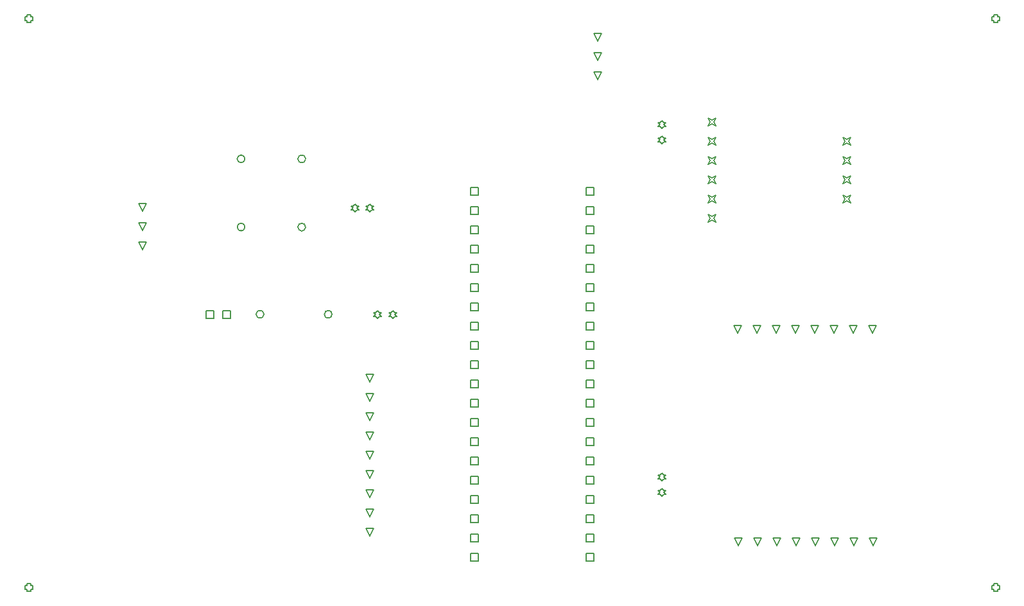
<source format=gbr>
G04*
G04 #@! TF.GenerationSoftware,Altium Limited,Altium Designer,24.1.2 (44)*
G04*
G04 Layer_Color=2752767*
%FSLAX44Y44*%
%MOMM*%
G71*
G04*
G04 #@! TF.SameCoordinates,0D7877E6-725A-4D16-A8B8-B6347F423BC3*
G04*
G04*
G04 #@! TF.FilePolarity,Positive*
G04*
G01*
G75*
%ADD49C,0.1270*%
%ADD50C,0.1693*%
D49*
X500000Y143320D02*
X494920Y153480D01*
X505080D01*
X500000Y143320D01*
Y168720D02*
X494920Y178880D01*
X505080D01*
X500000Y168720D01*
Y194120D02*
X494920Y204280D01*
X505080D01*
X500000Y194120D01*
Y219520D02*
X494920Y229680D01*
X505080D01*
X500000Y219520D01*
Y244920D02*
X494920Y255080D01*
X505080D01*
X500000Y244920D01*
Y270320D02*
X494920Y280480D01*
X505080D01*
X500000Y270320D01*
Y295720D02*
X494920Y305880D01*
X505080D01*
X500000Y295720D01*
Y321120D02*
X494920Y331280D01*
X505080D01*
X500000Y321120D01*
Y117920D02*
X494920Y128080D01*
X505080D01*
X500000Y117920D01*
X1322460Y797460D02*
Y794920D01*
X1327540D01*
Y797460D01*
X1330080D01*
Y802540D01*
X1327540D01*
Y805080D01*
X1322460D01*
Y802540D01*
X1319920D01*
Y797460D01*
X1322460D01*
X47460Y797460D02*
Y794920D01*
X52540D01*
Y797460D01*
X55080D01*
Y802540D01*
X52540D01*
Y805080D01*
X47460D01*
Y802540D01*
X44920D01*
Y797460D01*
X47460D01*
X784920Y491120D02*
Y501280D01*
X795080D01*
Y491120D01*
X784920D01*
Y516520D02*
Y526680D01*
X795080D01*
Y516520D01*
X784920D01*
Y567320D02*
Y577480D01*
X795080D01*
Y567320D01*
X784920D01*
Y465720D02*
Y475880D01*
X795080D01*
Y465720D01*
X784920D01*
Y541920D02*
Y552080D01*
X795080D01*
Y541920D01*
X784920D01*
Y440320D02*
Y450480D01*
X795080D01*
Y440320D01*
X784920D01*
X632774Y186211D02*
Y196371D01*
X642934D01*
Y186211D01*
X632774D01*
Y84611D02*
Y94771D01*
X642934D01*
Y84611D01*
X632774D01*
Y160811D02*
Y170971D01*
X642934D01*
Y160811D01*
X632774D01*
Y135411D02*
Y145571D01*
X642934D01*
Y135411D01*
X632774D01*
Y110011D02*
Y120171D01*
X642934D01*
Y110011D01*
X632774D01*
Y211611D02*
Y221771D01*
X642934D01*
Y211611D01*
X632774D01*
Y237011D02*
Y247171D01*
X642934D01*
Y237011D01*
X632774D01*
Y287811D02*
Y297971D01*
X642934D01*
Y287811D01*
X632774D01*
Y313211D02*
Y323371D01*
X642934D01*
Y313211D01*
X632774D01*
Y338611D02*
Y348771D01*
X642934D01*
Y338611D01*
X632774D01*
Y262411D02*
Y272571D01*
X642934D01*
Y262411D01*
X632774D01*
Y364011D02*
Y374171D01*
X642934D01*
Y364011D01*
X632774D01*
Y414811D02*
Y424971D01*
X642934D01*
Y414811D01*
X632774D01*
Y567211D02*
Y577371D01*
X642934D01*
Y567211D01*
X632774D01*
Y541811D02*
Y551971D01*
X642934D01*
Y541811D01*
X632774D01*
Y516411D02*
Y526571D01*
X642934D01*
Y516411D01*
X632774D01*
Y491011D02*
Y501171D01*
X642934D01*
Y491011D01*
X632774D01*
Y389411D02*
Y399571D01*
X642934D01*
Y389411D01*
X632774D01*
Y465611D02*
Y475771D01*
X642934D01*
Y465611D01*
X632774D01*
Y440211D02*
Y450371D01*
X642934D01*
Y440211D01*
X632774D01*
X784920Y186320D02*
Y196480D01*
X795080D01*
Y186320D01*
X784920D01*
Y84466D02*
Y94626D01*
X795080D01*
Y84466D01*
X784920D01*
Y160920D02*
Y171080D01*
X795080D01*
Y160920D01*
X784920D01*
Y135520D02*
Y145680D01*
X795080D01*
Y135520D01*
X784920D01*
Y110120D02*
Y120280D01*
X795080D01*
Y110120D01*
X784920D01*
Y211720D02*
Y221880D01*
X795080D01*
Y211720D01*
X784920D01*
Y338720D02*
Y348880D01*
X795080D01*
Y338720D01*
X784920D01*
Y414920D02*
Y425080D01*
X795080D01*
Y414920D01*
X784920D01*
Y389520D02*
Y399680D01*
X795080D01*
Y389520D01*
X784920D01*
Y364120D02*
Y374280D01*
X795080D01*
Y364120D01*
X784920D01*
Y313320D02*
Y323480D01*
X795080D01*
Y313320D01*
X784920D01*
Y287920D02*
Y298080D01*
X795080D01*
Y287920D01*
X784920D01*
Y262520D02*
Y272680D01*
X795080D01*
Y262520D01*
X784920D01*
Y237120D02*
Y247280D01*
X795080D01*
Y237120D01*
X784920D01*
X47460Y47460D02*
Y44920D01*
X52540D01*
Y47460D01*
X55080D01*
Y52540D01*
X52540D01*
Y55080D01*
X47460D01*
Y52540D01*
X44920D01*
Y47460D01*
X47460D01*
X200000Y545720D02*
X194920Y555880D01*
X205080D01*
X200000Y545720D01*
Y494920D02*
X194920Y505080D01*
X205080D01*
X200000Y494920D01*
Y520320D02*
X194920Y530480D01*
X205080D01*
X200000Y520320D01*
X1322460Y47460D02*
Y44920D01*
X1327540D01*
Y47460D01*
X1330080D01*
Y52540D01*
X1327540D01*
Y55080D01*
X1322460D01*
Y52540D01*
X1319920D01*
Y47460D01*
X1322460D01*
X1137000Y384920D02*
X1131920Y395080D01*
X1142080D01*
X1137000Y384920D01*
X1111600D02*
X1106520Y395080D01*
X1116680D01*
X1111600Y384920D01*
X1086200D02*
X1081120Y395080D01*
X1091280D01*
X1086200Y384920D01*
X1060800D02*
X1055720Y395080D01*
X1065880D01*
X1060800Y384920D01*
X1035400D02*
X1030320Y395080D01*
X1040480D01*
X1035400Y384920D01*
X1010000D02*
X1004920Y395080D01*
X1015080D01*
X1010000Y384920D01*
X984600D02*
X979520Y395080D01*
X989680D01*
X984600Y384920D01*
X1163200Y104920D02*
X1158120Y115080D01*
X1168280D01*
X1163200Y104920D01*
X1137800D02*
X1132720Y115080D01*
X1142880D01*
X1137800Y104920D01*
X1112400D02*
X1107320Y115080D01*
X1117480D01*
X1112400Y104920D01*
X1087000D02*
X1081920Y115080D01*
X1092080D01*
X1087000Y104920D01*
X1061600D02*
X1056520Y115080D01*
X1066680D01*
X1061600Y104920D01*
X1036200D02*
X1031120Y115080D01*
X1041280D01*
X1036200Y104920D01*
X1010800D02*
X1005720Y115080D01*
X1015880D01*
X1010800Y104920D01*
X985400D02*
X980320Y115080D01*
X990480D01*
X985400Y104920D01*
X1162400Y384920D02*
X1157320Y395080D01*
X1167480D01*
X1162400Y384920D01*
X946020Y658420D02*
X948560Y663500D01*
X946020Y668580D01*
X951100Y666040D01*
X956180Y668580D01*
X953640Y663500D01*
X956180Y658420D01*
X951100Y660960D01*
X946020Y658420D01*
X1123820Y633020D02*
X1126360Y638100D01*
X1123820Y643180D01*
X1128900Y640640D01*
X1133980Y643180D01*
X1131440Y638100D01*
X1133980Y633020D01*
X1128900Y635560D01*
X1123820Y633020D01*
Y607620D02*
X1126360Y612700D01*
X1123820Y617780D01*
X1128900Y615240D01*
X1133980Y617780D01*
X1131440Y612700D01*
X1133980Y607620D01*
X1128900Y610160D01*
X1123820Y607620D01*
Y582220D02*
X1126360Y587300D01*
X1123820Y592380D01*
X1128900Y589840D01*
X1133980Y592380D01*
X1131440Y587300D01*
X1133980Y582220D01*
X1128900Y584760D01*
X1123820Y582220D01*
Y556820D02*
X1126360Y561900D01*
X1123820Y566980D01*
X1128900Y564440D01*
X1133980Y566980D01*
X1131440Y561900D01*
X1133980Y556820D01*
X1128900Y559360D01*
X1123820Y556820D01*
X946020Y531420D02*
X948560Y536500D01*
X946020Y541580D01*
X951100Y539040D01*
X956180Y541580D01*
X953640Y536500D01*
X956180Y531420D01*
X951100Y533960D01*
X946020Y531420D01*
Y556820D02*
X948560Y561900D01*
X946020Y566980D01*
X951100Y564440D01*
X956180Y566980D01*
X953640Y561900D01*
X956180Y556820D01*
X951100Y559360D01*
X946020Y556820D01*
Y582220D02*
X948560Y587300D01*
X946020Y592380D01*
X951100Y589840D01*
X956180Y592380D01*
X953640Y587300D01*
X956180Y582220D01*
X951100Y584760D01*
X946020Y582220D01*
Y607620D02*
X948560Y612700D01*
X946020Y617780D01*
X951100Y615240D01*
X956180Y617780D01*
X953640Y612700D01*
X956180Y607620D01*
X951100Y610160D01*
X946020Y607620D01*
Y633020D02*
X948560Y638100D01*
X946020Y643180D01*
X951100Y640640D01*
X956180Y643180D01*
X953640Y638100D01*
X956180Y633020D01*
X951100Y635560D01*
X946020Y633020D01*
X885000Y634920D02*
X887540Y637460D01*
X890080D01*
X887540Y640000D01*
X890080Y642540D01*
X887540D01*
X885000Y645080D01*
X882460Y642540D01*
X879920D01*
X882460Y640000D01*
X879920Y637460D01*
X882460D01*
X885000Y634920D01*
Y654920D02*
X887540Y657460D01*
X890080D01*
X887540Y660000D01*
X890080Y662540D01*
X887540D01*
X885000Y665080D01*
X882460Y662540D01*
X879920D01*
X882460Y660000D01*
X879920Y657460D01*
X882460D01*
X885000Y654920D01*
Y189920D02*
X887540Y192460D01*
X890080D01*
X887540Y195000D01*
X890080Y197540D01*
X887540D01*
X885000Y200080D01*
X882460Y197540D01*
X879920D01*
X882460Y195000D01*
X879920Y192460D01*
X882460D01*
X885000Y189920D01*
Y169920D02*
X887540Y172460D01*
X890080D01*
X887540Y175000D01*
X890080Y177540D01*
X887540D01*
X885000Y180080D01*
X882460Y177540D01*
X879920D01*
X882460Y175000D01*
X879920Y172460D01*
X882460D01*
X885000Y169920D01*
X800000Y719920D02*
X794920Y730080D01*
X805080D01*
X800000Y719920D01*
Y745320D02*
X794920Y755480D01*
X805080D01*
X800000Y745320D01*
Y770720D02*
X794920Y780880D01*
X805080D01*
X800000Y770720D01*
X283520Y404920D02*
Y415080D01*
X293680D01*
Y404920D01*
X283520D01*
X306320D02*
Y415080D01*
X316480D01*
Y404920D01*
X306320D01*
X530000D02*
X532540Y407460D01*
X535080D01*
X532540Y410000D01*
X535080Y412540D01*
X532540D01*
X530000Y415080D01*
X527460Y412540D01*
X524920D01*
X527460Y410000D01*
X524920Y407460D01*
X527460D01*
X530000Y404920D01*
X510000D02*
X512540Y407460D01*
X515080D01*
X512540Y410000D01*
X515080Y412540D01*
X512540D01*
X510000Y415080D01*
X507460Y412540D01*
X504920D01*
X507460Y410000D01*
X504920Y407460D01*
X507460D01*
X510000Y404920D01*
X500000Y544920D02*
X502540Y547460D01*
X505080D01*
X502540Y550000D01*
X505080Y552540D01*
X502540D01*
X500000Y555080D01*
X497460Y552540D01*
X494920D01*
X497460Y550000D01*
X494920Y547460D01*
X497460D01*
X500000Y544920D01*
X480000D02*
X482540Y547460D01*
X485080D01*
X482540Y550000D01*
X485080Y552540D01*
X482540D01*
X480000Y555080D01*
X477460Y552540D01*
X474920D01*
X477460Y550000D01*
X474920Y547460D01*
X477460D01*
X480000Y544920D01*
D50*
X450080Y410000D02*
G03*
X450080Y410000I-5080J0D01*
G01*
X360080D02*
G03*
X360080Y410000I-5080J0D01*
G01*
X335080Y525000D02*
G03*
X335080Y525000I-5080J0D01*
G01*
Y615000D02*
G03*
X335080Y615000I-5080J0D01*
G01*
X415080D02*
G03*
X415080Y615000I-5080J0D01*
G01*
Y525000D02*
G03*
X415080Y525000I-5080J0D01*
G01*
M02*

</source>
